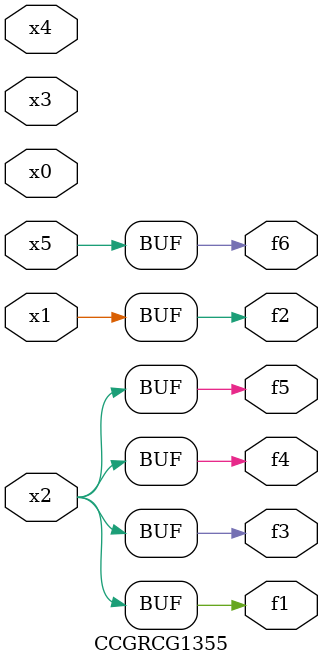
<source format=v>
module CCGRCG1355(
	input x0, x1, x2, x3, x4, x5,
	output f1, f2, f3, f4, f5, f6
);
	assign f1 = x2;
	assign f2 = x1;
	assign f3 = x2;
	assign f4 = x2;
	assign f5 = x2;
	assign f6 = x5;
endmodule

</source>
